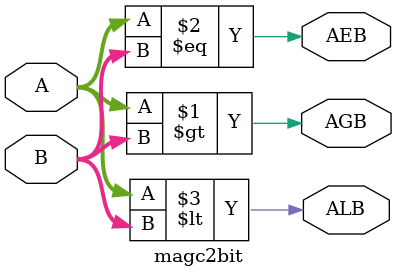
<source format=v>
module magc2bit(AGB,AEB,ALB,A,B);
	output AGB,AEB,ALB;
	input [1:0] A,B;
	assign AGB= A>B;
	assign AEB= A==B;
	assign ALB= A<B;
endmodule

</source>
